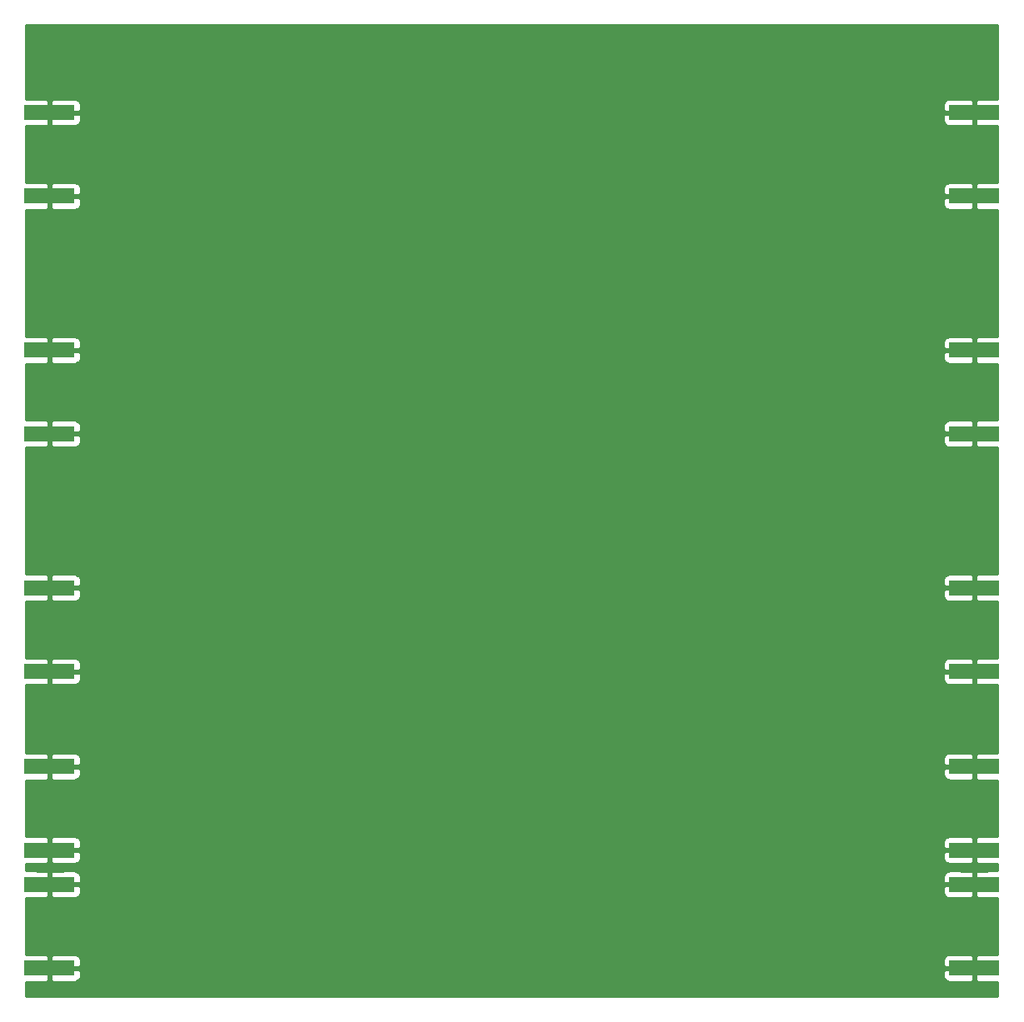
<source format=gbl>
G04 #@! TF.GenerationSoftware,KiCad,Pcbnew,5.1.6-c6e7f7d~86~ubuntu18.04.1*
G04 #@! TF.CreationDate,2020-05-31T00:28:00-04:00*
G04 #@! TF.ProjectId,microstrip_tests,6d696372-6f73-4747-9269-705f74657374,rev?*
G04 #@! TF.SameCoordinates,Original*
G04 #@! TF.FileFunction,Copper,L2,Bot*
G04 #@! TF.FilePolarity,Positive*
%FSLAX46Y46*%
G04 Gerber Fmt 4.6, Leading zero omitted, Abs format (unit mm)*
G04 Created by KiCad (PCBNEW 5.1.6-c6e7f7d~86~ubuntu18.04.1) date 2020-05-31 00:28:00*
%MOMM*%
%LPD*%
G01*
G04 APERTURE LIST*
G04 #@! TA.AperFunction,SMDPad,CuDef*
%ADD10R,5.080000X1.500000*%
G04 #@! TD*
G04 #@! TA.AperFunction,ViaPad*
%ADD11C,0.800000*%
G04 #@! TD*
G04 #@! TA.AperFunction,Conductor*
%ADD12C,0.254000*%
G04 #@! TD*
G04 APERTURE END LIST*
D10*
G04 #@! TO.P,J1,2*
G04 #@! TO.N,GND*
X93000000Y-29513000D03*
X93000000Y-38013000D03*
G04 #@! TD*
G04 #@! TO.P,J2,2*
G04 #@! TO.N,GND*
X187000000Y-29513000D03*
X187000000Y-38013000D03*
G04 #@! TD*
G04 #@! TO.P,J3,2*
G04 #@! TO.N,GND*
X93000000Y-53671000D03*
X93000000Y-62171000D03*
G04 #@! TD*
G04 #@! TO.P,J4,2*
G04 #@! TO.N,GND*
X93000000Y-77829000D03*
X93000000Y-86329000D03*
G04 #@! TD*
G04 #@! TO.P,J5,2*
G04 #@! TO.N,GND*
X93000000Y-95987000D03*
X93000000Y-104487000D03*
G04 #@! TD*
G04 #@! TO.P,J6,2*
G04 #@! TO.N,GND*
X187000000Y-53671000D03*
X187000000Y-62171000D03*
G04 #@! TD*
G04 #@! TO.P,J7,2*
G04 #@! TO.N,GND*
X187000000Y-77829000D03*
X187000000Y-86329000D03*
G04 #@! TD*
G04 #@! TO.P,J8,2*
G04 #@! TO.N,GND*
X187000000Y-95987000D03*
X187000000Y-104487000D03*
G04 #@! TD*
G04 #@! TO.P,J9,2*
G04 #@! TO.N,GND*
X93000000Y-107987000D03*
X93000000Y-116487000D03*
G04 #@! TD*
G04 #@! TO.P,J10,2*
G04 #@! TO.N,GND*
X187000000Y-107987000D03*
X187000000Y-116487000D03*
G04 #@! TD*
D11*
G04 #@! TO.N,GND*
X97430000Y-106250000D03*
X99930000Y-106250000D03*
X102430000Y-106250000D03*
X104930000Y-106250000D03*
X107430000Y-106250000D03*
X109930000Y-106250000D03*
X112430000Y-106250000D03*
X114930000Y-106250000D03*
X117430000Y-106250000D03*
X119930000Y-106250000D03*
X122430000Y-106250000D03*
X124930000Y-106250000D03*
X127430000Y-106250000D03*
X129930000Y-106250000D03*
X132430000Y-106250000D03*
X134930000Y-106250000D03*
X137430000Y-106250000D03*
X139930000Y-106250000D03*
X142430000Y-106250000D03*
X144930000Y-106250000D03*
X147430000Y-106250000D03*
X149930000Y-106250000D03*
X152430000Y-106250000D03*
X154930000Y-106250000D03*
X157430000Y-106250000D03*
X159930000Y-106250000D03*
X162430000Y-106250000D03*
X164930000Y-106250000D03*
X167430000Y-106250000D03*
X169930000Y-106250000D03*
X172430000Y-106250000D03*
X174930000Y-106250000D03*
X177430000Y-106250000D03*
X179930000Y-106250000D03*
X91000000Y-93540000D03*
X108500000Y-93540000D03*
X93500000Y-93540000D03*
X111000000Y-93540000D03*
X141000000Y-93540000D03*
X143500000Y-93540000D03*
X188500000Y-93540000D03*
X116000000Y-93540000D03*
X118500000Y-93540000D03*
X173500000Y-93540000D03*
X121000000Y-93540000D03*
X123500000Y-93540000D03*
X146000000Y-93540000D03*
X148500000Y-93540000D03*
X113500000Y-93540000D03*
X106000000Y-93540000D03*
X98500000Y-93540000D03*
X171000000Y-93540000D03*
X176000000Y-93540000D03*
X178500000Y-93540000D03*
X181000000Y-93540000D03*
X183500000Y-93540000D03*
X186000000Y-93540000D03*
X126000000Y-93540000D03*
X128500000Y-93540000D03*
X151000000Y-93540000D03*
X153500000Y-93540000D03*
X156000000Y-93540000D03*
X158500000Y-93540000D03*
X161000000Y-93540000D03*
X163500000Y-93540000D03*
X136000000Y-93540000D03*
X138500000Y-93540000D03*
X166000000Y-93540000D03*
X168500000Y-93540000D03*
X96000000Y-93540000D03*
X101000000Y-93540000D03*
X103500000Y-93540000D03*
X131000000Y-93540000D03*
X133500000Y-93540000D03*
X91040000Y-21710000D03*
X108540000Y-21710000D03*
X93540000Y-21710000D03*
X111040000Y-21710000D03*
X141040000Y-21710000D03*
X143540000Y-21710000D03*
X188540000Y-21710000D03*
X116040000Y-21710000D03*
X118540000Y-21710000D03*
X173540000Y-21710000D03*
X121040000Y-21710000D03*
X123540000Y-21710000D03*
X146040000Y-21710000D03*
X148540000Y-21710000D03*
X113540000Y-21710000D03*
X106040000Y-21710000D03*
X98540000Y-21710000D03*
X171040000Y-21710000D03*
X176040000Y-21710000D03*
X178540000Y-21710000D03*
X181040000Y-21710000D03*
X183540000Y-21710000D03*
X186040000Y-21710000D03*
X126040000Y-21710000D03*
X128540000Y-21710000D03*
X151040000Y-21710000D03*
X153540000Y-21710000D03*
X156040000Y-21710000D03*
X158540000Y-21710000D03*
X161040000Y-21710000D03*
X163540000Y-21710000D03*
X136040000Y-21710000D03*
X138540000Y-21710000D03*
X166040000Y-21710000D03*
X168540000Y-21710000D03*
X96040000Y-21710000D03*
X101040000Y-21710000D03*
X103540000Y-21710000D03*
X131040000Y-21710000D03*
X133540000Y-21710000D03*
X91000000Y-45770000D03*
X108500000Y-45770000D03*
X93500000Y-45770000D03*
X111000000Y-45770000D03*
X141000000Y-45770000D03*
X143500000Y-45770000D03*
X188500000Y-45770000D03*
X116000000Y-45770000D03*
X118500000Y-45770000D03*
X173500000Y-45770000D03*
X121000000Y-45770000D03*
X123500000Y-45770000D03*
X146000000Y-45770000D03*
X148500000Y-45770000D03*
X113500000Y-45770000D03*
X106000000Y-45770000D03*
X98500000Y-45770000D03*
X171000000Y-45770000D03*
X176000000Y-45770000D03*
X178500000Y-45770000D03*
X181000000Y-45770000D03*
X183500000Y-45770000D03*
X186000000Y-45770000D03*
X126000000Y-45770000D03*
X128500000Y-45770000D03*
X151000000Y-45770000D03*
X153500000Y-45770000D03*
X156000000Y-45770000D03*
X158500000Y-45770000D03*
X161000000Y-45770000D03*
X163500000Y-45770000D03*
X136000000Y-45770000D03*
X138500000Y-45770000D03*
X166000000Y-45770000D03*
X168500000Y-45770000D03*
X96000000Y-45770000D03*
X101000000Y-45770000D03*
X103500000Y-45770000D03*
X131000000Y-45770000D03*
X133500000Y-45770000D03*
X91000000Y-69920000D03*
X108500000Y-69920000D03*
X93500000Y-69920000D03*
X111000000Y-69920000D03*
X141000000Y-69920000D03*
X143500000Y-69920000D03*
X188500000Y-69920000D03*
X116000000Y-69920000D03*
X118500000Y-69920000D03*
X173500000Y-69920000D03*
X121000000Y-69920000D03*
X123500000Y-69920000D03*
X146000000Y-69920000D03*
X148500000Y-69920000D03*
X113500000Y-69920000D03*
X106000000Y-69920000D03*
X98500000Y-69920000D03*
X171000000Y-69920000D03*
X176000000Y-69920000D03*
X178500000Y-69920000D03*
X181000000Y-69920000D03*
X183500000Y-69920000D03*
X186000000Y-69920000D03*
X126000000Y-69920000D03*
X128500000Y-69920000D03*
X151000000Y-69920000D03*
X153500000Y-69920000D03*
X156000000Y-69920000D03*
X158500000Y-69920000D03*
X161000000Y-69920000D03*
X163500000Y-69920000D03*
X136000000Y-69920000D03*
X138500000Y-69920000D03*
X166000000Y-69920000D03*
X168500000Y-69920000D03*
X96000000Y-69920000D03*
X101000000Y-69920000D03*
X103500000Y-69920000D03*
X131000000Y-69920000D03*
X133500000Y-69920000D03*
X156800000Y-99100000D03*
X158200000Y-99100000D03*
X159600000Y-99100000D03*
X161000000Y-99100000D03*
X98000000Y-101400000D03*
X165200000Y-101400000D03*
X166600000Y-101400000D03*
X98000000Y-99100000D03*
X140000000Y-99100000D03*
X141400000Y-99100000D03*
X142800000Y-99100000D03*
X135800000Y-101400000D03*
X109200000Y-99100000D03*
X159600000Y-101400000D03*
X112000000Y-99100000D03*
X173600000Y-99100000D03*
X175000000Y-99100000D03*
X176400000Y-99100000D03*
X177800000Y-99100000D03*
X179200000Y-99100000D03*
X180600000Y-99100000D03*
X151200000Y-101400000D03*
X152600000Y-101400000D03*
X149800000Y-101400000D03*
X123200000Y-101400000D03*
X124600000Y-101400000D03*
X127400000Y-101400000D03*
X128800000Y-101400000D03*
X105000000Y-99100000D03*
X130200000Y-101400000D03*
X96600000Y-101400000D03*
X103600000Y-99100000D03*
X107800000Y-101400000D03*
X144200000Y-101400000D03*
X116200000Y-101400000D03*
X117600000Y-101400000D03*
X156800000Y-101400000D03*
X100800000Y-99100000D03*
X158200000Y-101400000D03*
X151200000Y-99100000D03*
X152600000Y-99100000D03*
X154000000Y-99100000D03*
X155400000Y-99100000D03*
X99400000Y-101400000D03*
X168000000Y-101400000D03*
X107800000Y-99100000D03*
X144200000Y-99100000D03*
X109200000Y-101400000D03*
X134400000Y-101400000D03*
X127400000Y-99100000D03*
X128800000Y-99100000D03*
X130200000Y-99100000D03*
X126000000Y-101400000D03*
X114800000Y-101400000D03*
X172200000Y-101400000D03*
X106400000Y-101400000D03*
X169400000Y-101400000D03*
X170800000Y-101400000D03*
X120400000Y-101400000D03*
X121800000Y-101400000D03*
X141400000Y-101400000D03*
X140000000Y-101400000D03*
X103600000Y-101400000D03*
X100800000Y-101400000D03*
X96600000Y-99100000D03*
X154000000Y-101400000D03*
X155400000Y-101400000D03*
X119000000Y-101400000D03*
X145600000Y-101400000D03*
X179200000Y-101400000D03*
X180600000Y-101400000D03*
X131600000Y-101400000D03*
X133000000Y-101400000D03*
X161000000Y-101400000D03*
X102200000Y-101400000D03*
X162400000Y-101400000D03*
X137200000Y-101400000D03*
X138600000Y-101400000D03*
X99400000Y-99100000D03*
X168000000Y-99100000D03*
X169400000Y-99100000D03*
X170800000Y-99100000D03*
X172200000Y-99100000D03*
X106400000Y-99100000D03*
X112000000Y-101400000D03*
X176400000Y-101400000D03*
X177800000Y-101400000D03*
X142800000Y-101400000D03*
X113400000Y-99100000D03*
X110600000Y-99100000D03*
X102200000Y-99100000D03*
X162400000Y-99100000D03*
X163800000Y-99100000D03*
X165200000Y-99100000D03*
X166600000Y-99100000D03*
X173600000Y-101400000D03*
X175000000Y-101400000D03*
X147000000Y-101400000D03*
X148400000Y-101400000D03*
X135800000Y-99100000D03*
X137200000Y-99100000D03*
X138600000Y-99100000D03*
X131600000Y-99100000D03*
X133000000Y-99100000D03*
X134400000Y-99100000D03*
X163800000Y-101400000D03*
X120400000Y-99100000D03*
X121800000Y-99100000D03*
X123200000Y-99100000D03*
X124600000Y-99100000D03*
X126000000Y-99100000D03*
X114800000Y-99100000D03*
X116200000Y-99100000D03*
X117600000Y-99100000D03*
X119000000Y-99100000D03*
X145600000Y-99100000D03*
X147000000Y-99100000D03*
X148400000Y-99100000D03*
X149800000Y-99100000D03*
X113400000Y-101400000D03*
X110600000Y-101400000D03*
X105000000Y-101400000D03*
X156800000Y-113400000D03*
X158200000Y-113400000D03*
X159600000Y-113400000D03*
X161000000Y-113400000D03*
X98000000Y-113400000D03*
X140000000Y-113400000D03*
X141400000Y-113400000D03*
X142800000Y-113400000D03*
X109200000Y-113400000D03*
X112000000Y-113400000D03*
X173600000Y-113400000D03*
X175000000Y-113400000D03*
X176400000Y-113400000D03*
X177800000Y-113400000D03*
X179200000Y-113400000D03*
X180600000Y-113400000D03*
X105000000Y-113400000D03*
X103600000Y-113400000D03*
X100800000Y-113400000D03*
X151200000Y-113400000D03*
X152600000Y-113400000D03*
X154000000Y-113400000D03*
X155400000Y-113400000D03*
X107800000Y-113400000D03*
X144200000Y-113400000D03*
X127400000Y-113400000D03*
X128800000Y-113400000D03*
X130200000Y-113400000D03*
X96600000Y-113400000D03*
X99400000Y-113400000D03*
X168000000Y-113400000D03*
X169400000Y-113400000D03*
X170800000Y-113400000D03*
X172200000Y-113400000D03*
X106400000Y-113400000D03*
X113400000Y-113400000D03*
X110600000Y-113400000D03*
X102200000Y-113400000D03*
X162400000Y-113400000D03*
X163800000Y-113400000D03*
X165200000Y-113400000D03*
X166600000Y-113400000D03*
X135800000Y-113400000D03*
X137200000Y-113400000D03*
X138600000Y-113400000D03*
X131600000Y-113400000D03*
X133000000Y-113400000D03*
X134400000Y-113400000D03*
X120400000Y-113400000D03*
X121800000Y-113400000D03*
X123200000Y-113400000D03*
X124600000Y-113400000D03*
X126000000Y-113400000D03*
X114800000Y-113400000D03*
X116200000Y-113400000D03*
X117600000Y-113400000D03*
X119000000Y-113400000D03*
X145600000Y-113400000D03*
X147000000Y-113400000D03*
X148400000Y-113400000D03*
X149800000Y-113400000D03*
X90930000Y-118800000D03*
X96600000Y-111100000D03*
X98000000Y-111100000D03*
X99400000Y-111100000D03*
X100800000Y-111100000D03*
X102200000Y-111100000D03*
X103600000Y-111100000D03*
X105000000Y-111100000D03*
X106400000Y-111100000D03*
X107800000Y-111100000D03*
X109200000Y-111100000D03*
X110600000Y-111100000D03*
X112000000Y-111100000D03*
X113400000Y-111100000D03*
X114800000Y-111100000D03*
X116200000Y-111100000D03*
X117600000Y-111100000D03*
X119000000Y-111100000D03*
X120400000Y-111100000D03*
X121800000Y-111100000D03*
X123200000Y-111100000D03*
X124600000Y-111100000D03*
X126000000Y-111100000D03*
X127400000Y-111100000D03*
X128800000Y-111100000D03*
X130200000Y-111100000D03*
X131600000Y-111100000D03*
X133000000Y-111100000D03*
X134400000Y-111100000D03*
X135800000Y-111100000D03*
X137200000Y-111100000D03*
X138600000Y-111100000D03*
X140000000Y-111100000D03*
X141400000Y-111100000D03*
X142800000Y-111100000D03*
X144200000Y-111100000D03*
X145600000Y-111100000D03*
X147000000Y-111100000D03*
X148400000Y-111100000D03*
X149800000Y-111100000D03*
X151200000Y-111100000D03*
X152600000Y-111100000D03*
X154000000Y-111100000D03*
X155400000Y-111100000D03*
X156800000Y-111100000D03*
X158200000Y-111100000D03*
X159600000Y-111100000D03*
X161000000Y-111100000D03*
X162400000Y-111100000D03*
X163800000Y-111100000D03*
X165200000Y-111100000D03*
X166600000Y-111100000D03*
X168000000Y-111100000D03*
X169400000Y-111100000D03*
X170800000Y-111100000D03*
X172200000Y-111100000D03*
X173600000Y-111100000D03*
X175000000Y-111100000D03*
X176400000Y-111100000D03*
X177800000Y-111100000D03*
X179200000Y-111100000D03*
X180600000Y-111100000D03*
X93430000Y-118800000D03*
X95930000Y-118800000D03*
X98430000Y-118800000D03*
X100930000Y-118800000D03*
X103430000Y-118800000D03*
X105930000Y-118800000D03*
X108430000Y-118800000D03*
X110930000Y-118800000D03*
X113430000Y-118800000D03*
X115930000Y-118800000D03*
X118430000Y-118800000D03*
X120930000Y-118800000D03*
X123430000Y-118800000D03*
X125930000Y-118800000D03*
X128430000Y-118800000D03*
X130930000Y-118800000D03*
X133430000Y-118800000D03*
X135930000Y-118800000D03*
X138430000Y-118800000D03*
X140930000Y-118800000D03*
X143430000Y-118800000D03*
X145930000Y-118800000D03*
X148430000Y-118800000D03*
X150930000Y-118800000D03*
X153430000Y-118800000D03*
X155930000Y-118800000D03*
X158430000Y-118800000D03*
X160930000Y-118800000D03*
X163430000Y-118800000D03*
X165930000Y-118800000D03*
X168430000Y-118800000D03*
X170930000Y-118800000D03*
X173430000Y-118800000D03*
X175930000Y-118800000D03*
X178430000Y-118800000D03*
X180930000Y-118800000D03*
X183430000Y-118800000D03*
X185930000Y-118800000D03*
X188430000Y-118800000D03*
X182000000Y-111100000D03*
X183400000Y-111100000D03*
X182000000Y-113400000D03*
X183400000Y-113400000D03*
X182000000Y-99100000D03*
X183400000Y-99100000D03*
X182000000Y-101400000D03*
X183400000Y-101400000D03*
X182430000Y-106250000D03*
G04 #@! TD*
D12*
G04 #@! TO.N,GND*
G36*
X189364951Y-28125167D02*
G01*
X187285750Y-28128000D01*
X187127000Y-28286750D01*
X187127000Y-29386000D01*
X187147000Y-29386000D01*
X187147000Y-29640000D01*
X187127000Y-29640000D01*
X187127000Y-30739250D01*
X187285750Y-30898000D01*
X189364951Y-30900833D01*
X189364951Y-36625167D01*
X187285750Y-36628000D01*
X187127000Y-36786750D01*
X187127000Y-37886000D01*
X187147000Y-37886000D01*
X187147000Y-38140000D01*
X187127000Y-38140000D01*
X187127000Y-39239250D01*
X187285750Y-39398000D01*
X189364951Y-39400833D01*
X189364951Y-52283167D01*
X187285750Y-52286000D01*
X187127000Y-52444750D01*
X187127000Y-53544000D01*
X187147000Y-53544000D01*
X187147000Y-53798000D01*
X187127000Y-53798000D01*
X187127000Y-54897250D01*
X187285750Y-55056000D01*
X189364951Y-55058833D01*
X189364951Y-60783167D01*
X187285750Y-60786000D01*
X187127000Y-60944750D01*
X187127000Y-62044000D01*
X187147000Y-62044000D01*
X187147000Y-62298000D01*
X187127000Y-62298000D01*
X187127000Y-63397250D01*
X187285750Y-63556000D01*
X189364951Y-63558833D01*
X189364950Y-76441167D01*
X187285750Y-76444000D01*
X187127000Y-76602750D01*
X187127000Y-77702000D01*
X187147000Y-77702000D01*
X187147000Y-77956000D01*
X187127000Y-77956000D01*
X187127000Y-79055250D01*
X187285750Y-79214000D01*
X189364950Y-79216833D01*
X189364950Y-84941167D01*
X187285750Y-84944000D01*
X187127000Y-85102750D01*
X187127000Y-86202000D01*
X187147000Y-86202000D01*
X187147000Y-86456000D01*
X187127000Y-86456000D01*
X187127000Y-87555250D01*
X187285750Y-87714000D01*
X189364950Y-87716833D01*
X189364950Y-94599167D01*
X187285750Y-94602000D01*
X187127000Y-94760750D01*
X187127000Y-95860000D01*
X187147000Y-95860000D01*
X187147000Y-96114000D01*
X187127000Y-96114000D01*
X187127000Y-97213250D01*
X187285750Y-97372000D01*
X189364950Y-97374833D01*
X189364950Y-103099167D01*
X187285750Y-103102000D01*
X187127000Y-103260750D01*
X187127000Y-104360000D01*
X187147000Y-104360000D01*
X187147000Y-104614000D01*
X187127000Y-104614000D01*
X187127000Y-105713250D01*
X187285750Y-105872000D01*
X189364950Y-105874833D01*
X189364950Y-106599167D01*
X187285750Y-106602000D01*
X187127000Y-106760750D01*
X187127000Y-107860000D01*
X187147000Y-107860000D01*
X187147000Y-108114000D01*
X187127000Y-108114000D01*
X187127000Y-109213250D01*
X187285750Y-109372000D01*
X189364950Y-109374833D01*
X189364950Y-115099167D01*
X187285750Y-115102000D01*
X187127000Y-115260750D01*
X187127000Y-116360000D01*
X187147000Y-116360000D01*
X187147000Y-116614000D01*
X187127000Y-116614000D01*
X187127000Y-117713250D01*
X187285750Y-117872000D01*
X189364950Y-117874833D01*
X189364950Y-119364950D01*
X90635050Y-119364950D01*
X90635050Y-117874833D01*
X92714250Y-117872000D01*
X92873000Y-117713250D01*
X92873000Y-116614000D01*
X93127000Y-116614000D01*
X93127000Y-117713250D01*
X93285750Y-117872000D01*
X95540000Y-117875072D01*
X95664482Y-117862812D01*
X95784180Y-117826502D01*
X95894494Y-117767537D01*
X95991185Y-117688185D01*
X96070537Y-117591494D01*
X96129502Y-117481180D01*
X96165812Y-117361482D01*
X96178072Y-117237000D01*
X183821928Y-117237000D01*
X183834188Y-117361482D01*
X183870498Y-117481180D01*
X183929463Y-117591494D01*
X184008815Y-117688185D01*
X184105506Y-117767537D01*
X184215820Y-117826502D01*
X184335518Y-117862812D01*
X184460000Y-117875072D01*
X186714250Y-117872000D01*
X186873000Y-117713250D01*
X186873000Y-116614000D01*
X183983750Y-116614000D01*
X183825000Y-116772750D01*
X183821928Y-117237000D01*
X96178072Y-117237000D01*
X96175000Y-116772750D01*
X96016250Y-116614000D01*
X93127000Y-116614000D01*
X92873000Y-116614000D01*
X92853000Y-116614000D01*
X92853000Y-116360000D01*
X92873000Y-116360000D01*
X92873000Y-115260750D01*
X93127000Y-115260750D01*
X93127000Y-116360000D01*
X96016250Y-116360000D01*
X96175000Y-116201250D01*
X96178072Y-115737000D01*
X183821928Y-115737000D01*
X183825000Y-116201250D01*
X183983750Y-116360000D01*
X186873000Y-116360000D01*
X186873000Y-115260750D01*
X186714250Y-115102000D01*
X184460000Y-115098928D01*
X184335518Y-115111188D01*
X184215820Y-115147498D01*
X184105506Y-115206463D01*
X184008815Y-115285815D01*
X183929463Y-115382506D01*
X183870498Y-115492820D01*
X183834188Y-115612518D01*
X183821928Y-115737000D01*
X96178072Y-115737000D01*
X96165812Y-115612518D01*
X96129502Y-115492820D01*
X96070537Y-115382506D01*
X95991185Y-115285815D01*
X95894494Y-115206463D01*
X95784180Y-115147498D01*
X95664482Y-115111188D01*
X95540000Y-115098928D01*
X93285750Y-115102000D01*
X93127000Y-115260750D01*
X92873000Y-115260750D01*
X92714250Y-115102000D01*
X90635050Y-115099167D01*
X90635050Y-109374833D01*
X92714250Y-109372000D01*
X92873000Y-109213250D01*
X92873000Y-108114000D01*
X93127000Y-108114000D01*
X93127000Y-109213250D01*
X93285750Y-109372000D01*
X95540000Y-109375072D01*
X95664482Y-109362812D01*
X95784180Y-109326502D01*
X95894494Y-109267537D01*
X95991185Y-109188185D01*
X96070537Y-109091494D01*
X96129502Y-108981180D01*
X96165812Y-108861482D01*
X96178072Y-108737000D01*
X183821928Y-108737000D01*
X183834188Y-108861482D01*
X183870498Y-108981180D01*
X183929463Y-109091494D01*
X184008815Y-109188185D01*
X184105506Y-109267537D01*
X184215820Y-109326502D01*
X184335518Y-109362812D01*
X184460000Y-109375072D01*
X186714250Y-109372000D01*
X186873000Y-109213250D01*
X186873000Y-108114000D01*
X183983750Y-108114000D01*
X183825000Y-108272750D01*
X183821928Y-108737000D01*
X96178072Y-108737000D01*
X96175000Y-108272750D01*
X96016250Y-108114000D01*
X93127000Y-108114000D01*
X92873000Y-108114000D01*
X92853000Y-108114000D01*
X92853000Y-107860000D01*
X92873000Y-107860000D01*
X92873000Y-106760750D01*
X93127000Y-106760750D01*
X93127000Y-107860000D01*
X96016250Y-107860000D01*
X96175000Y-107701250D01*
X96178072Y-107237000D01*
X183821928Y-107237000D01*
X183825000Y-107701250D01*
X183983750Y-107860000D01*
X186873000Y-107860000D01*
X186873000Y-106760750D01*
X186714250Y-106602000D01*
X184460000Y-106598928D01*
X184335518Y-106611188D01*
X184215820Y-106647498D01*
X184105506Y-106706463D01*
X184008815Y-106785815D01*
X183929463Y-106882506D01*
X183870498Y-106992820D01*
X183834188Y-107112518D01*
X183821928Y-107237000D01*
X96178072Y-107237000D01*
X96165812Y-107112518D01*
X96129502Y-106992820D01*
X96070537Y-106882506D01*
X95991185Y-106785815D01*
X95894494Y-106706463D01*
X95784180Y-106647498D01*
X95664482Y-106611188D01*
X95540000Y-106598928D01*
X93285750Y-106602000D01*
X93127000Y-106760750D01*
X92873000Y-106760750D01*
X92714250Y-106602000D01*
X90635050Y-106599167D01*
X90635050Y-105874833D01*
X92714250Y-105872000D01*
X92873000Y-105713250D01*
X92873000Y-104614000D01*
X93127000Y-104614000D01*
X93127000Y-105713250D01*
X93285750Y-105872000D01*
X95540000Y-105875072D01*
X95664482Y-105862812D01*
X95784180Y-105826502D01*
X95894494Y-105767537D01*
X95991185Y-105688185D01*
X96070537Y-105591494D01*
X96129502Y-105481180D01*
X96165812Y-105361482D01*
X96178072Y-105237000D01*
X183821928Y-105237000D01*
X183834188Y-105361482D01*
X183870498Y-105481180D01*
X183929463Y-105591494D01*
X184008815Y-105688185D01*
X184105506Y-105767537D01*
X184215820Y-105826502D01*
X184335518Y-105862812D01*
X184460000Y-105875072D01*
X186714250Y-105872000D01*
X186873000Y-105713250D01*
X186873000Y-104614000D01*
X183983750Y-104614000D01*
X183825000Y-104772750D01*
X183821928Y-105237000D01*
X96178072Y-105237000D01*
X96175000Y-104772750D01*
X96016250Y-104614000D01*
X93127000Y-104614000D01*
X92873000Y-104614000D01*
X92853000Y-104614000D01*
X92853000Y-104360000D01*
X92873000Y-104360000D01*
X92873000Y-103260750D01*
X93127000Y-103260750D01*
X93127000Y-104360000D01*
X96016250Y-104360000D01*
X96175000Y-104201250D01*
X96178072Y-103737000D01*
X183821928Y-103737000D01*
X183825000Y-104201250D01*
X183983750Y-104360000D01*
X186873000Y-104360000D01*
X186873000Y-103260750D01*
X186714250Y-103102000D01*
X184460000Y-103098928D01*
X184335518Y-103111188D01*
X184215820Y-103147498D01*
X184105506Y-103206463D01*
X184008815Y-103285815D01*
X183929463Y-103382506D01*
X183870498Y-103492820D01*
X183834188Y-103612518D01*
X183821928Y-103737000D01*
X96178072Y-103737000D01*
X96165812Y-103612518D01*
X96129502Y-103492820D01*
X96070537Y-103382506D01*
X95991185Y-103285815D01*
X95894494Y-103206463D01*
X95784180Y-103147498D01*
X95664482Y-103111188D01*
X95540000Y-103098928D01*
X93285750Y-103102000D01*
X93127000Y-103260750D01*
X92873000Y-103260750D01*
X92714250Y-103102000D01*
X90635050Y-103099167D01*
X90635050Y-97374833D01*
X92714250Y-97372000D01*
X92873000Y-97213250D01*
X92873000Y-96114000D01*
X93127000Y-96114000D01*
X93127000Y-97213250D01*
X93285750Y-97372000D01*
X95540000Y-97375072D01*
X95664482Y-97362812D01*
X95784180Y-97326502D01*
X95894494Y-97267537D01*
X95991185Y-97188185D01*
X96070537Y-97091494D01*
X96129502Y-96981180D01*
X96165812Y-96861482D01*
X96178072Y-96737000D01*
X183821928Y-96737000D01*
X183834188Y-96861482D01*
X183870498Y-96981180D01*
X183929463Y-97091494D01*
X184008815Y-97188185D01*
X184105506Y-97267537D01*
X184215820Y-97326502D01*
X184335518Y-97362812D01*
X184460000Y-97375072D01*
X186714250Y-97372000D01*
X186873000Y-97213250D01*
X186873000Y-96114000D01*
X183983750Y-96114000D01*
X183825000Y-96272750D01*
X183821928Y-96737000D01*
X96178072Y-96737000D01*
X96175000Y-96272750D01*
X96016250Y-96114000D01*
X93127000Y-96114000D01*
X92873000Y-96114000D01*
X92853000Y-96114000D01*
X92853000Y-95860000D01*
X92873000Y-95860000D01*
X92873000Y-94760750D01*
X93127000Y-94760750D01*
X93127000Y-95860000D01*
X96016250Y-95860000D01*
X96175000Y-95701250D01*
X96178072Y-95237000D01*
X183821928Y-95237000D01*
X183825000Y-95701250D01*
X183983750Y-95860000D01*
X186873000Y-95860000D01*
X186873000Y-94760750D01*
X186714250Y-94602000D01*
X184460000Y-94598928D01*
X184335518Y-94611188D01*
X184215820Y-94647498D01*
X184105506Y-94706463D01*
X184008815Y-94785815D01*
X183929463Y-94882506D01*
X183870498Y-94992820D01*
X183834188Y-95112518D01*
X183821928Y-95237000D01*
X96178072Y-95237000D01*
X96165812Y-95112518D01*
X96129502Y-94992820D01*
X96070537Y-94882506D01*
X95991185Y-94785815D01*
X95894494Y-94706463D01*
X95784180Y-94647498D01*
X95664482Y-94611188D01*
X95540000Y-94598928D01*
X93285750Y-94602000D01*
X93127000Y-94760750D01*
X92873000Y-94760750D01*
X92714250Y-94602000D01*
X90635050Y-94599167D01*
X90635050Y-87716833D01*
X92714250Y-87714000D01*
X92873000Y-87555250D01*
X92873000Y-86456000D01*
X93127000Y-86456000D01*
X93127000Y-87555250D01*
X93285750Y-87714000D01*
X95540000Y-87717072D01*
X95664482Y-87704812D01*
X95784180Y-87668502D01*
X95894494Y-87609537D01*
X95991185Y-87530185D01*
X96070537Y-87433494D01*
X96129502Y-87323180D01*
X96165812Y-87203482D01*
X96178072Y-87079000D01*
X183821928Y-87079000D01*
X183834188Y-87203482D01*
X183870498Y-87323180D01*
X183929463Y-87433494D01*
X184008815Y-87530185D01*
X184105506Y-87609537D01*
X184215820Y-87668502D01*
X184335518Y-87704812D01*
X184460000Y-87717072D01*
X186714250Y-87714000D01*
X186873000Y-87555250D01*
X186873000Y-86456000D01*
X183983750Y-86456000D01*
X183825000Y-86614750D01*
X183821928Y-87079000D01*
X96178072Y-87079000D01*
X96175000Y-86614750D01*
X96016250Y-86456000D01*
X93127000Y-86456000D01*
X92873000Y-86456000D01*
X92853000Y-86456000D01*
X92853000Y-86202000D01*
X92873000Y-86202000D01*
X92873000Y-85102750D01*
X93127000Y-85102750D01*
X93127000Y-86202000D01*
X96016250Y-86202000D01*
X96175000Y-86043250D01*
X96178072Y-85579000D01*
X183821928Y-85579000D01*
X183825000Y-86043250D01*
X183983750Y-86202000D01*
X186873000Y-86202000D01*
X186873000Y-85102750D01*
X186714250Y-84944000D01*
X184460000Y-84940928D01*
X184335518Y-84953188D01*
X184215820Y-84989498D01*
X184105506Y-85048463D01*
X184008815Y-85127815D01*
X183929463Y-85224506D01*
X183870498Y-85334820D01*
X183834188Y-85454518D01*
X183821928Y-85579000D01*
X96178072Y-85579000D01*
X96165812Y-85454518D01*
X96129502Y-85334820D01*
X96070537Y-85224506D01*
X95991185Y-85127815D01*
X95894494Y-85048463D01*
X95784180Y-84989498D01*
X95664482Y-84953188D01*
X95540000Y-84940928D01*
X93285750Y-84944000D01*
X93127000Y-85102750D01*
X92873000Y-85102750D01*
X92714250Y-84944000D01*
X90635050Y-84941167D01*
X90635050Y-79216833D01*
X92714250Y-79214000D01*
X92873000Y-79055250D01*
X92873000Y-77956000D01*
X93127000Y-77956000D01*
X93127000Y-79055250D01*
X93285750Y-79214000D01*
X95540000Y-79217072D01*
X95664482Y-79204812D01*
X95784180Y-79168502D01*
X95894494Y-79109537D01*
X95991185Y-79030185D01*
X96070537Y-78933494D01*
X96129502Y-78823180D01*
X96165812Y-78703482D01*
X96178072Y-78579000D01*
X183821928Y-78579000D01*
X183834188Y-78703482D01*
X183870498Y-78823180D01*
X183929463Y-78933494D01*
X184008815Y-79030185D01*
X184105506Y-79109537D01*
X184215820Y-79168502D01*
X184335518Y-79204812D01*
X184460000Y-79217072D01*
X186714250Y-79214000D01*
X186873000Y-79055250D01*
X186873000Y-77956000D01*
X183983750Y-77956000D01*
X183825000Y-78114750D01*
X183821928Y-78579000D01*
X96178072Y-78579000D01*
X96175000Y-78114750D01*
X96016250Y-77956000D01*
X93127000Y-77956000D01*
X92873000Y-77956000D01*
X92853000Y-77956000D01*
X92853000Y-77702000D01*
X92873000Y-77702000D01*
X92873000Y-76602750D01*
X93127000Y-76602750D01*
X93127000Y-77702000D01*
X96016250Y-77702000D01*
X96175000Y-77543250D01*
X96178072Y-77079000D01*
X183821928Y-77079000D01*
X183825000Y-77543250D01*
X183983750Y-77702000D01*
X186873000Y-77702000D01*
X186873000Y-76602750D01*
X186714250Y-76444000D01*
X184460000Y-76440928D01*
X184335518Y-76453188D01*
X184215820Y-76489498D01*
X184105506Y-76548463D01*
X184008815Y-76627815D01*
X183929463Y-76724506D01*
X183870498Y-76834820D01*
X183834188Y-76954518D01*
X183821928Y-77079000D01*
X96178072Y-77079000D01*
X96165812Y-76954518D01*
X96129502Y-76834820D01*
X96070537Y-76724506D01*
X95991185Y-76627815D01*
X95894494Y-76548463D01*
X95784180Y-76489498D01*
X95664482Y-76453188D01*
X95540000Y-76440928D01*
X93285750Y-76444000D01*
X93127000Y-76602750D01*
X92873000Y-76602750D01*
X92714250Y-76444000D01*
X90635050Y-76441167D01*
X90635050Y-63558833D01*
X92714250Y-63556000D01*
X92873000Y-63397250D01*
X92873000Y-62298000D01*
X93127000Y-62298000D01*
X93127000Y-63397250D01*
X93285750Y-63556000D01*
X95540000Y-63559072D01*
X95664482Y-63546812D01*
X95784180Y-63510502D01*
X95894494Y-63451537D01*
X95991185Y-63372185D01*
X96070537Y-63275494D01*
X96129502Y-63165180D01*
X96165812Y-63045482D01*
X96178072Y-62921000D01*
X183821928Y-62921000D01*
X183834188Y-63045482D01*
X183870498Y-63165180D01*
X183929463Y-63275494D01*
X184008815Y-63372185D01*
X184105506Y-63451537D01*
X184215820Y-63510502D01*
X184335518Y-63546812D01*
X184460000Y-63559072D01*
X186714250Y-63556000D01*
X186873000Y-63397250D01*
X186873000Y-62298000D01*
X183983750Y-62298000D01*
X183825000Y-62456750D01*
X183821928Y-62921000D01*
X96178072Y-62921000D01*
X96175000Y-62456750D01*
X96016250Y-62298000D01*
X93127000Y-62298000D01*
X92873000Y-62298000D01*
X92853000Y-62298000D01*
X92853000Y-62044000D01*
X92873000Y-62044000D01*
X92873000Y-60944750D01*
X93127000Y-60944750D01*
X93127000Y-62044000D01*
X96016250Y-62044000D01*
X96175000Y-61885250D01*
X96178072Y-61421000D01*
X183821928Y-61421000D01*
X183825000Y-61885250D01*
X183983750Y-62044000D01*
X186873000Y-62044000D01*
X186873000Y-60944750D01*
X186714250Y-60786000D01*
X184460000Y-60782928D01*
X184335518Y-60795188D01*
X184215820Y-60831498D01*
X184105506Y-60890463D01*
X184008815Y-60969815D01*
X183929463Y-61066506D01*
X183870498Y-61176820D01*
X183834188Y-61296518D01*
X183821928Y-61421000D01*
X96178072Y-61421000D01*
X96165812Y-61296518D01*
X96129502Y-61176820D01*
X96070537Y-61066506D01*
X95991185Y-60969815D01*
X95894494Y-60890463D01*
X95784180Y-60831498D01*
X95664482Y-60795188D01*
X95540000Y-60782928D01*
X93285750Y-60786000D01*
X93127000Y-60944750D01*
X92873000Y-60944750D01*
X92714250Y-60786000D01*
X90635050Y-60783167D01*
X90635050Y-55058833D01*
X92714250Y-55056000D01*
X92873000Y-54897250D01*
X92873000Y-53798000D01*
X93127000Y-53798000D01*
X93127000Y-54897250D01*
X93285750Y-55056000D01*
X95540000Y-55059072D01*
X95664482Y-55046812D01*
X95784180Y-55010502D01*
X95894494Y-54951537D01*
X95991185Y-54872185D01*
X96070537Y-54775494D01*
X96129502Y-54665180D01*
X96165812Y-54545482D01*
X96178072Y-54421000D01*
X183821928Y-54421000D01*
X183834188Y-54545482D01*
X183870498Y-54665180D01*
X183929463Y-54775494D01*
X184008815Y-54872185D01*
X184105506Y-54951537D01*
X184215820Y-55010502D01*
X184335518Y-55046812D01*
X184460000Y-55059072D01*
X186714250Y-55056000D01*
X186873000Y-54897250D01*
X186873000Y-53798000D01*
X183983750Y-53798000D01*
X183825000Y-53956750D01*
X183821928Y-54421000D01*
X96178072Y-54421000D01*
X96175000Y-53956750D01*
X96016250Y-53798000D01*
X93127000Y-53798000D01*
X92873000Y-53798000D01*
X92853000Y-53798000D01*
X92853000Y-53544000D01*
X92873000Y-53544000D01*
X92873000Y-52444750D01*
X93127000Y-52444750D01*
X93127000Y-53544000D01*
X96016250Y-53544000D01*
X96175000Y-53385250D01*
X96178072Y-52921000D01*
X183821928Y-52921000D01*
X183825000Y-53385250D01*
X183983750Y-53544000D01*
X186873000Y-53544000D01*
X186873000Y-52444750D01*
X186714250Y-52286000D01*
X184460000Y-52282928D01*
X184335518Y-52295188D01*
X184215820Y-52331498D01*
X184105506Y-52390463D01*
X184008815Y-52469815D01*
X183929463Y-52566506D01*
X183870498Y-52676820D01*
X183834188Y-52796518D01*
X183821928Y-52921000D01*
X96178072Y-52921000D01*
X96165812Y-52796518D01*
X96129502Y-52676820D01*
X96070537Y-52566506D01*
X95991185Y-52469815D01*
X95894494Y-52390463D01*
X95784180Y-52331498D01*
X95664482Y-52295188D01*
X95540000Y-52282928D01*
X93285750Y-52286000D01*
X93127000Y-52444750D01*
X92873000Y-52444750D01*
X92714250Y-52286000D01*
X90635050Y-52283167D01*
X90635050Y-39400833D01*
X92714250Y-39398000D01*
X92873000Y-39239250D01*
X92873000Y-38140000D01*
X93127000Y-38140000D01*
X93127000Y-39239250D01*
X93285750Y-39398000D01*
X95540000Y-39401072D01*
X95664482Y-39388812D01*
X95784180Y-39352502D01*
X95894494Y-39293537D01*
X95991185Y-39214185D01*
X96070537Y-39117494D01*
X96129502Y-39007180D01*
X96165812Y-38887482D01*
X96178072Y-38763000D01*
X183821928Y-38763000D01*
X183834188Y-38887482D01*
X183870498Y-39007180D01*
X183929463Y-39117494D01*
X184008815Y-39214185D01*
X184105506Y-39293537D01*
X184215820Y-39352502D01*
X184335518Y-39388812D01*
X184460000Y-39401072D01*
X186714250Y-39398000D01*
X186873000Y-39239250D01*
X186873000Y-38140000D01*
X183983750Y-38140000D01*
X183825000Y-38298750D01*
X183821928Y-38763000D01*
X96178072Y-38763000D01*
X96175000Y-38298750D01*
X96016250Y-38140000D01*
X93127000Y-38140000D01*
X92873000Y-38140000D01*
X92853000Y-38140000D01*
X92853000Y-37886000D01*
X92873000Y-37886000D01*
X92873000Y-36786750D01*
X93127000Y-36786750D01*
X93127000Y-37886000D01*
X96016250Y-37886000D01*
X96175000Y-37727250D01*
X96178072Y-37263000D01*
X183821928Y-37263000D01*
X183825000Y-37727250D01*
X183983750Y-37886000D01*
X186873000Y-37886000D01*
X186873000Y-36786750D01*
X186714250Y-36628000D01*
X184460000Y-36624928D01*
X184335518Y-36637188D01*
X184215820Y-36673498D01*
X184105506Y-36732463D01*
X184008815Y-36811815D01*
X183929463Y-36908506D01*
X183870498Y-37018820D01*
X183834188Y-37138518D01*
X183821928Y-37263000D01*
X96178072Y-37263000D01*
X96165812Y-37138518D01*
X96129502Y-37018820D01*
X96070537Y-36908506D01*
X95991185Y-36811815D01*
X95894494Y-36732463D01*
X95784180Y-36673498D01*
X95664482Y-36637188D01*
X95540000Y-36624928D01*
X93285750Y-36628000D01*
X93127000Y-36786750D01*
X92873000Y-36786750D01*
X92714250Y-36628000D01*
X90635050Y-36625167D01*
X90635050Y-30900833D01*
X92714250Y-30898000D01*
X92873000Y-30739250D01*
X92873000Y-29640000D01*
X93127000Y-29640000D01*
X93127000Y-30739250D01*
X93285750Y-30898000D01*
X95540000Y-30901072D01*
X95664482Y-30888812D01*
X95784180Y-30852502D01*
X95894494Y-30793537D01*
X95991185Y-30714185D01*
X96070537Y-30617494D01*
X96129502Y-30507180D01*
X96165812Y-30387482D01*
X96178072Y-30263000D01*
X183821928Y-30263000D01*
X183834188Y-30387482D01*
X183870498Y-30507180D01*
X183929463Y-30617494D01*
X184008815Y-30714185D01*
X184105506Y-30793537D01*
X184215820Y-30852502D01*
X184335518Y-30888812D01*
X184460000Y-30901072D01*
X186714250Y-30898000D01*
X186873000Y-30739250D01*
X186873000Y-29640000D01*
X183983750Y-29640000D01*
X183825000Y-29798750D01*
X183821928Y-30263000D01*
X96178072Y-30263000D01*
X96175000Y-29798750D01*
X96016250Y-29640000D01*
X93127000Y-29640000D01*
X92873000Y-29640000D01*
X92853000Y-29640000D01*
X92853000Y-29386000D01*
X92873000Y-29386000D01*
X92873000Y-28286750D01*
X93127000Y-28286750D01*
X93127000Y-29386000D01*
X96016250Y-29386000D01*
X96175000Y-29227250D01*
X96178072Y-28763000D01*
X183821928Y-28763000D01*
X183825000Y-29227250D01*
X183983750Y-29386000D01*
X186873000Y-29386000D01*
X186873000Y-28286750D01*
X186714250Y-28128000D01*
X184460000Y-28124928D01*
X184335518Y-28137188D01*
X184215820Y-28173498D01*
X184105506Y-28232463D01*
X184008815Y-28311815D01*
X183929463Y-28408506D01*
X183870498Y-28518820D01*
X183834188Y-28638518D01*
X183821928Y-28763000D01*
X96178072Y-28763000D01*
X96165812Y-28638518D01*
X96129502Y-28518820D01*
X96070537Y-28408506D01*
X95991185Y-28311815D01*
X95894494Y-28232463D01*
X95784180Y-28173498D01*
X95664482Y-28137188D01*
X95540000Y-28124928D01*
X93285750Y-28128000D01*
X93127000Y-28286750D01*
X92873000Y-28286750D01*
X92714250Y-28128000D01*
X90635050Y-28125167D01*
X90635050Y-20635050D01*
X189364951Y-20635050D01*
X189364951Y-28125167D01*
G37*
X189364951Y-28125167D02*
X187285750Y-28128000D01*
X187127000Y-28286750D01*
X187127000Y-29386000D01*
X187147000Y-29386000D01*
X187147000Y-29640000D01*
X187127000Y-29640000D01*
X187127000Y-30739250D01*
X187285750Y-30898000D01*
X189364951Y-30900833D01*
X189364951Y-36625167D01*
X187285750Y-36628000D01*
X187127000Y-36786750D01*
X187127000Y-37886000D01*
X187147000Y-37886000D01*
X187147000Y-38140000D01*
X187127000Y-38140000D01*
X187127000Y-39239250D01*
X187285750Y-39398000D01*
X189364951Y-39400833D01*
X189364951Y-52283167D01*
X187285750Y-52286000D01*
X187127000Y-52444750D01*
X187127000Y-53544000D01*
X187147000Y-53544000D01*
X187147000Y-53798000D01*
X187127000Y-53798000D01*
X187127000Y-54897250D01*
X187285750Y-55056000D01*
X189364951Y-55058833D01*
X189364951Y-60783167D01*
X187285750Y-60786000D01*
X187127000Y-60944750D01*
X187127000Y-62044000D01*
X187147000Y-62044000D01*
X187147000Y-62298000D01*
X187127000Y-62298000D01*
X187127000Y-63397250D01*
X187285750Y-63556000D01*
X189364951Y-63558833D01*
X189364950Y-76441167D01*
X187285750Y-76444000D01*
X187127000Y-76602750D01*
X187127000Y-77702000D01*
X187147000Y-77702000D01*
X187147000Y-77956000D01*
X187127000Y-77956000D01*
X187127000Y-79055250D01*
X187285750Y-79214000D01*
X189364950Y-79216833D01*
X189364950Y-84941167D01*
X187285750Y-84944000D01*
X187127000Y-85102750D01*
X187127000Y-86202000D01*
X187147000Y-86202000D01*
X187147000Y-86456000D01*
X187127000Y-86456000D01*
X187127000Y-87555250D01*
X187285750Y-87714000D01*
X189364950Y-87716833D01*
X189364950Y-94599167D01*
X187285750Y-94602000D01*
X187127000Y-94760750D01*
X187127000Y-95860000D01*
X187147000Y-95860000D01*
X187147000Y-96114000D01*
X187127000Y-96114000D01*
X187127000Y-97213250D01*
X187285750Y-97372000D01*
X189364950Y-97374833D01*
X189364950Y-103099167D01*
X187285750Y-103102000D01*
X187127000Y-103260750D01*
X187127000Y-104360000D01*
X187147000Y-104360000D01*
X187147000Y-104614000D01*
X187127000Y-104614000D01*
X187127000Y-105713250D01*
X187285750Y-105872000D01*
X189364950Y-105874833D01*
X189364950Y-106599167D01*
X187285750Y-106602000D01*
X187127000Y-106760750D01*
X187127000Y-107860000D01*
X187147000Y-107860000D01*
X187147000Y-108114000D01*
X187127000Y-108114000D01*
X187127000Y-109213250D01*
X187285750Y-109372000D01*
X189364950Y-109374833D01*
X189364950Y-115099167D01*
X187285750Y-115102000D01*
X187127000Y-115260750D01*
X187127000Y-116360000D01*
X187147000Y-116360000D01*
X187147000Y-116614000D01*
X187127000Y-116614000D01*
X187127000Y-117713250D01*
X187285750Y-117872000D01*
X189364950Y-117874833D01*
X189364950Y-119364950D01*
X90635050Y-119364950D01*
X90635050Y-117874833D01*
X92714250Y-117872000D01*
X92873000Y-117713250D01*
X92873000Y-116614000D01*
X93127000Y-116614000D01*
X93127000Y-117713250D01*
X93285750Y-117872000D01*
X95540000Y-117875072D01*
X95664482Y-117862812D01*
X95784180Y-117826502D01*
X95894494Y-117767537D01*
X95991185Y-117688185D01*
X96070537Y-117591494D01*
X96129502Y-117481180D01*
X96165812Y-117361482D01*
X96178072Y-117237000D01*
X183821928Y-117237000D01*
X183834188Y-117361482D01*
X183870498Y-117481180D01*
X183929463Y-117591494D01*
X184008815Y-117688185D01*
X184105506Y-117767537D01*
X184215820Y-117826502D01*
X184335518Y-117862812D01*
X184460000Y-117875072D01*
X186714250Y-117872000D01*
X186873000Y-117713250D01*
X186873000Y-116614000D01*
X183983750Y-116614000D01*
X183825000Y-116772750D01*
X183821928Y-117237000D01*
X96178072Y-117237000D01*
X96175000Y-116772750D01*
X96016250Y-116614000D01*
X93127000Y-116614000D01*
X92873000Y-116614000D01*
X92853000Y-116614000D01*
X92853000Y-116360000D01*
X92873000Y-116360000D01*
X92873000Y-115260750D01*
X93127000Y-115260750D01*
X93127000Y-116360000D01*
X96016250Y-116360000D01*
X96175000Y-116201250D01*
X96178072Y-115737000D01*
X183821928Y-115737000D01*
X183825000Y-116201250D01*
X183983750Y-116360000D01*
X186873000Y-116360000D01*
X186873000Y-115260750D01*
X186714250Y-115102000D01*
X184460000Y-115098928D01*
X184335518Y-115111188D01*
X184215820Y-115147498D01*
X184105506Y-115206463D01*
X184008815Y-115285815D01*
X183929463Y-115382506D01*
X183870498Y-115492820D01*
X183834188Y-115612518D01*
X183821928Y-115737000D01*
X96178072Y-115737000D01*
X96165812Y-115612518D01*
X96129502Y-115492820D01*
X96070537Y-115382506D01*
X95991185Y-115285815D01*
X95894494Y-115206463D01*
X95784180Y-115147498D01*
X95664482Y-115111188D01*
X95540000Y-115098928D01*
X93285750Y-115102000D01*
X93127000Y-115260750D01*
X92873000Y-115260750D01*
X92714250Y-115102000D01*
X90635050Y-115099167D01*
X90635050Y-109374833D01*
X92714250Y-109372000D01*
X92873000Y-109213250D01*
X92873000Y-108114000D01*
X93127000Y-108114000D01*
X93127000Y-109213250D01*
X93285750Y-109372000D01*
X95540000Y-109375072D01*
X95664482Y-109362812D01*
X95784180Y-109326502D01*
X95894494Y-109267537D01*
X95991185Y-109188185D01*
X96070537Y-109091494D01*
X96129502Y-108981180D01*
X96165812Y-108861482D01*
X96178072Y-108737000D01*
X183821928Y-108737000D01*
X183834188Y-108861482D01*
X183870498Y-108981180D01*
X183929463Y-109091494D01*
X184008815Y-109188185D01*
X184105506Y-109267537D01*
X184215820Y-109326502D01*
X184335518Y-109362812D01*
X184460000Y-109375072D01*
X186714250Y-109372000D01*
X186873000Y-109213250D01*
X186873000Y-108114000D01*
X183983750Y-108114000D01*
X183825000Y-108272750D01*
X183821928Y-108737000D01*
X96178072Y-108737000D01*
X96175000Y-108272750D01*
X96016250Y-108114000D01*
X93127000Y-108114000D01*
X92873000Y-108114000D01*
X92853000Y-108114000D01*
X92853000Y-107860000D01*
X92873000Y-107860000D01*
X92873000Y-106760750D01*
X93127000Y-106760750D01*
X93127000Y-107860000D01*
X96016250Y-107860000D01*
X96175000Y-107701250D01*
X96178072Y-107237000D01*
X183821928Y-107237000D01*
X183825000Y-107701250D01*
X183983750Y-107860000D01*
X186873000Y-107860000D01*
X186873000Y-106760750D01*
X186714250Y-106602000D01*
X184460000Y-106598928D01*
X184335518Y-106611188D01*
X184215820Y-106647498D01*
X184105506Y-106706463D01*
X184008815Y-106785815D01*
X183929463Y-106882506D01*
X183870498Y-106992820D01*
X183834188Y-107112518D01*
X183821928Y-107237000D01*
X96178072Y-107237000D01*
X96165812Y-107112518D01*
X96129502Y-106992820D01*
X96070537Y-106882506D01*
X95991185Y-106785815D01*
X95894494Y-106706463D01*
X95784180Y-106647498D01*
X95664482Y-106611188D01*
X95540000Y-106598928D01*
X93285750Y-106602000D01*
X93127000Y-106760750D01*
X92873000Y-106760750D01*
X92714250Y-106602000D01*
X90635050Y-106599167D01*
X90635050Y-105874833D01*
X92714250Y-105872000D01*
X92873000Y-105713250D01*
X92873000Y-104614000D01*
X93127000Y-104614000D01*
X93127000Y-105713250D01*
X93285750Y-105872000D01*
X95540000Y-105875072D01*
X95664482Y-105862812D01*
X95784180Y-105826502D01*
X95894494Y-105767537D01*
X95991185Y-105688185D01*
X96070537Y-105591494D01*
X96129502Y-105481180D01*
X96165812Y-105361482D01*
X96178072Y-105237000D01*
X183821928Y-105237000D01*
X183834188Y-105361482D01*
X183870498Y-105481180D01*
X183929463Y-105591494D01*
X184008815Y-105688185D01*
X184105506Y-105767537D01*
X184215820Y-105826502D01*
X184335518Y-105862812D01*
X184460000Y-105875072D01*
X186714250Y-105872000D01*
X186873000Y-105713250D01*
X186873000Y-104614000D01*
X183983750Y-104614000D01*
X183825000Y-104772750D01*
X183821928Y-105237000D01*
X96178072Y-105237000D01*
X96175000Y-104772750D01*
X96016250Y-104614000D01*
X93127000Y-104614000D01*
X92873000Y-104614000D01*
X92853000Y-104614000D01*
X92853000Y-104360000D01*
X92873000Y-104360000D01*
X92873000Y-103260750D01*
X93127000Y-103260750D01*
X93127000Y-104360000D01*
X96016250Y-104360000D01*
X96175000Y-104201250D01*
X96178072Y-103737000D01*
X183821928Y-103737000D01*
X183825000Y-104201250D01*
X183983750Y-104360000D01*
X186873000Y-104360000D01*
X186873000Y-103260750D01*
X186714250Y-103102000D01*
X184460000Y-103098928D01*
X184335518Y-103111188D01*
X184215820Y-103147498D01*
X184105506Y-103206463D01*
X184008815Y-103285815D01*
X183929463Y-103382506D01*
X183870498Y-103492820D01*
X183834188Y-103612518D01*
X183821928Y-103737000D01*
X96178072Y-103737000D01*
X96165812Y-103612518D01*
X96129502Y-103492820D01*
X96070537Y-103382506D01*
X95991185Y-103285815D01*
X95894494Y-103206463D01*
X95784180Y-103147498D01*
X95664482Y-103111188D01*
X95540000Y-103098928D01*
X93285750Y-103102000D01*
X93127000Y-103260750D01*
X92873000Y-103260750D01*
X92714250Y-103102000D01*
X90635050Y-103099167D01*
X90635050Y-97374833D01*
X92714250Y-97372000D01*
X92873000Y-97213250D01*
X92873000Y-96114000D01*
X93127000Y-96114000D01*
X93127000Y-97213250D01*
X93285750Y-97372000D01*
X95540000Y-97375072D01*
X95664482Y-97362812D01*
X95784180Y-97326502D01*
X95894494Y-97267537D01*
X95991185Y-97188185D01*
X96070537Y-97091494D01*
X96129502Y-96981180D01*
X96165812Y-96861482D01*
X96178072Y-96737000D01*
X183821928Y-96737000D01*
X183834188Y-96861482D01*
X183870498Y-96981180D01*
X183929463Y-97091494D01*
X184008815Y-97188185D01*
X184105506Y-97267537D01*
X184215820Y-97326502D01*
X184335518Y-97362812D01*
X184460000Y-97375072D01*
X186714250Y-97372000D01*
X186873000Y-97213250D01*
X186873000Y-96114000D01*
X183983750Y-96114000D01*
X183825000Y-96272750D01*
X183821928Y-96737000D01*
X96178072Y-96737000D01*
X96175000Y-96272750D01*
X96016250Y-96114000D01*
X93127000Y-96114000D01*
X92873000Y-96114000D01*
X92853000Y-96114000D01*
X92853000Y-95860000D01*
X92873000Y-95860000D01*
X92873000Y-94760750D01*
X93127000Y-94760750D01*
X93127000Y-95860000D01*
X96016250Y-95860000D01*
X96175000Y-95701250D01*
X96178072Y-95237000D01*
X183821928Y-95237000D01*
X183825000Y-95701250D01*
X183983750Y-95860000D01*
X186873000Y-95860000D01*
X186873000Y-94760750D01*
X186714250Y-94602000D01*
X184460000Y-94598928D01*
X184335518Y-94611188D01*
X184215820Y-94647498D01*
X184105506Y-94706463D01*
X184008815Y-94785815D01*
X183929463Y-94882506D01*
X183870498Y-94992820D01*
X183834188Y-95112518D01*
X183821928Y-95237000D01*
X96178072Y-95237000D01*
X96165812Y-95112518D01*
X96129502Y-94992820D01*
X96070537Y-94882506D01*
X95991185Y-94785815D01*
X95894494Y-94706463D01*
X95784180Y-94647498D01*
X95664482Y-94611188D01*
X95540000Y-94598928D01*
X93285750Y-94602000D01*
X93127000Y-94760750D01*
X92873000Y-94760750D01*
X92714250Y-94602000D01*
X90635050Y-94599167D01*
X90635050Y-87716833D01*
X92714250Y-87714000D01*
X92873000Y-87555250D01*
X92873000Y-86456000D01*
X93127000Y-86456000D01*
X93127000Y-87555250D01*
X93285750Y-87714000D01*
X95540000Y-87717072D01*
X95664482Y-87704812D01*
X95784180Y-87668502D01*
X95894494Y-87609537D01*
X95991185Y-87530185D01*
X96070537Y-87433494D01*
X96129502Y-87323180D01*
X96165812Y-87203482D01*
X96178072Y-87079000D01*
X183821928Y-87079000D01*
X183834188Y-87203482D01*
X183870498Y-87323180D01*
X183929463Y-87433494D01*
X184008815Y-87530185D01*
X184105506Y-87609537D01*
X184215820Y-87668502D01*
X184335518Y-87704812D01*
X184460000Y-87717072D01*
X186714250Y-87714000D01*
X186873000Y-87555250D01*
X186873000Y-86456000D01*
X183983750Y-86456000D01*
X183825000Y-86614750D01*
X183821928Y-87079000D01*
X96178072Y-87079000D01*
X96175000Y-86614750D01*
X96016250Y-86456000D01*
X93127000Y-86456000D01*
X92873000Y-86456000D01*
X92853000Y-86456000D01*
X92853000Y-86202000D01*
X92873000Y-86202000D01*
X92873000Y-85102750D01*
X93127000Y-85102750D01*
X93127000Y-86202000D01*
X96016250Y-86202000D01*
X96175000Y-86043250D01*
X96178072Y-85579000D01*
X183821928Y-85579000D01*
X183825000Y-86043250D01*
X183983750Y-86202000D01*
X186873000Y-86202000D01*
X186873000Y-85102750D01*
X186714250Y-84944000D01*
X184460000Y-84940928D01*
X184335518Y-84953188D01*
X184215820Y-84989498D01*
X184105506Y-85048463D01*
X184008815Y-85127815D01*
X183929463Y-85224506D01*
X183870498Y-85334820D01*
X183834188Y-85454518D01*
X183821928Y-85579000D01*
X96178072Y-85579000D01*
X96165812Y-85454518D01*
X96129502Y-85334820D01*
X96070537Y-85224506D01*
X95991185Y-85127815D01*
X95894494Y-85048463D01*
X95784180Y-84989498D01*
X95664482Y-84953188D01*
X95540000Y-84940928D01*
X93285750Y-84944000D01*
X93127000Y-85102750D01*
X92873000Y-85102750D01*
X92714250Y-84944000D01*
X90635050Y-84941167D01*
X90635050Y-79216833D01*
X92714250Y-79214000D01*
X92873000Y-79055250D01*
X92873000Y-77956000D01*
X93127000Y-77956000D01*
X93127000Y-79055250D01*
X93285750Y-79214000D01*
X95540000Y-79217072D01*
X95664482Y-79204812D01*
X95784180Y-79168502D01*
X95894494Y-79109537D01*
X95991185Y-79030185D01*
X96070537Y-78933494D01*
X96129502Y-78823180D01*
X96165812Y-78703482D01*
X96178072Y-78579000D01*
X183821928Y-78579000D01*
X183834188Y-78703482D01*
X183870498Y-78823180D01*
X183929463Y-78933494D01*
X184008815Y-79030185D01*
X184105506Y-79109537D01*
X184215820Y-79168502D01*
X184335518Y-79204812D01*
X184460000Y-79217072D01*
X186714250Y-79214000D01*
X186873000Y-79055250D01*
X186873000Y-77956000D01*
X183983750Y-77956000D01*
X183825000Y-78114750D01*
X183821928Y-78579000D01*
X96178072Y-78579000D01*
X96175000Y-78114750D01*
X96016250Y-77956000D01*
X93127000Y-77956000D01*
X92873000Y-77956000D01*
X92853000Y-77956000D01*
X92853000Y-77702000D01*
X92873000Y-77702000D01*
X92873000Y-76602750D01*
X93127000Y-76602750D01*
X93127000Y-77702000D01*
X96016250Y-77702000D01*
X96175000Y-77543250D01*
X96178072Y-77079000D01*
X183821928Y-77079000D01*
X183825000Y-77543250D01*
X183983750Y-77702000D01*
X186873000Y-77702000D01*
X186873000Y-76602750D01*
X186714250Y-76444000D01*
X184460000Y-76440928D01*
X184335518Y-76453188D01*
X184215820Y-76489498D01*
X184105506Y-76548463D01*
X184008815Y-76627815D01*
X183929463Y-76724506D01*
X183870498Y-76834820D01*
X183834188Y-76954518D01*
X183821928Y-77079000D01*
X96178072Y-77079000D01*
X96165812Y-76954518D01*
X96129502Y-76834820D01*
X96070537Y-76724506D01*
X95991185Y-76627815D01*
X95894494Y-76548463D01*
X95784180Y-76489498D01*
X95664482Y-76453188D01*
X95540000Y-76440928D01*
X93285750Y-76444000D01*
X93127000Y-76602750D01*
X92873000Y-76602750D01*
X92714250Y-76444000D01*
X90635050Y-76441167D01*
X90635050Y-63558833D01*
X92714250Y-63556000D01*
X92873000Y-63397250D01*
X92873000Y-62298000D01*
X93127000Y-62298000D01*
X93127000Y-63397250D01*
X93285750Y-63556000D01*
X95540000Y-63559072D01*
X95664482Y-63546812D01*
X95784180Y-63510502D01*
X95894494Y-63451537D01*
X95991185Y-63372185D01*
X96070537Y-63275494D01*
X96129502Y-63165180D01*
X96165812Y-63045482D01*
X96178072Y-62921000D01*
X183821928Y-62921000D01*
X183834188Y-63045482D01*
X183870498Y-63165180D01*
X183929463Y-63275494D01*
X184008815Y-63372185D01*
X184105506Y-63451537D01*
X184215820Y-63510502D01*
X184335518Y-63546812D01*
X184460000Y-63559072D01*
X186714250Y-63556000D01*
X186873000Y-63397250D01*
X186873000Y-62298000D01*
X183983750Y-62298000D01*
X183825000Y-62456750D01*
X183821928Y-62921000D01*
X96178072Y-62921000D01*
X96175000Y-62456750D01*
X96016250Y-62298000D01*
X93127000Y-62298000D01*
X92873000Y-62298000D01*
X92853000Y-62298000D01*
X92853000Y-62044000D01*
X92873000Y-62044000D01*
X92873000Y-60944750D01*
X93127000Y-60944750D01*
X93127000Y-62044000D01*
X96016250Y-62044000D01*
X96175000Y-61885250D01*
X96178072Y-61421000D01*
X183821928Y-61421000D01*
X183825000Y-61885250D01*
X183983750Y-62044000D01*
X186873000Y-62044000D01*
X186873000Y-60944750D01*
X186714250Y-60786000D01*
X184460000Y-60782928D01*
X184335518Y-60795188D01*
X184215820Y-60831498D01*
X184105506Y-60890463D01*
X184008815Y-60969815D01*
X183929463Y-61066506D01*
X183870498Y-61176820D01*
X183834188Y-61296518D01*
X183821928Y-61421000D01*
X96178072Y-61421000D01*
X96165812Y-61296518D01*
X96129502Y-61176820D01*
X96070537Y-61066506D01*
X95991185Y-60969815D01*
X95894494Y-60890463D01*
X95784180Y-60831498D01*
X95664482Y-60795188D01*
X95540000Y-60782928D01*
X93285750Y-60786000D01*
X93127000Y-60944750D01*
X92873000Y-60944750D01*
X92714250Y-60786000D01*
X90635050Y-60783167D01*
X90635050Y-55058833D01*
X92714250Y-55056000D01*
X92873000Y-54897250D01*
X92873000Y-53798000D01*
X93127000Y-53798000D01*
X93127000Y-54897250D01*
X93285750Y-55056000D01*
X95540000Y-55059072D01*
X95664482Y-55046812D01*
X95784180Y-55010502D01*
X95894494Y-54951537D01*
X95991185Y-54872185D01*
X96070537Y-54775494D01*
X96129502Y-54665180D01*
X96165812Y-54545482D01*
X96178072Y-54421000D01*
X183821928Y-54421000D01*
X183834188Y-54545482D01*
X183870498Y-54665180D01*
X183929463Y-54775494D01*
X184008815Y-54872185D01*
X184105506Y-54951537D01*
X184215820Y-55010502D01*
X184335518Y-55046812D01*
X184460000Y-55059072D01*
X186714250Y-55056000D01*
X186873000Y-54897250D01*
X186873000Y-53798000D01*
X183983750Y-53798000D01*
X183825000Y-53956750D01*
X183821928Y-54421000D01*
X96178072Y-54421000D01*
X96175000Y-53956750D01*
X96016250Y-53798000D01*
X93127000Y-53798000D01*
X92873000Y-53798000D01*
X92853000Y-53798000D01*
X92853000Y-53544000D01*
X92873000Y-53544000D01*
X92873000Y-52444750D01*
X93127000Y-52444750D01*
X93127000Y-53544000D01*
X96016250Y-53544000D01*
X96175000Y-53385250D01*
X96178072Y-52921000D01*
X183821928Y-52921000D01*
X183825000Y-53385250D01*
X183983750Y-53544000D01*
X186873000Y-53544000D01*
X186873000Y-52444750D01*
X186714250Y-52286000D01*
X184460000Y-52282928D01*
X184335518Y-52295188D01*
X184215820Y-52331498D01*
X184105506Y-52390463D01*
X184008815Y-52469815D01*
X183929463Y-52566506D01*
X183870498Y-52676820D01*
X183834188Y-52796518D01*
X183821928Y-52921000D01*
X96178072Y-52921000D01*
X96165812Y-52796518D01*
X96129502Y-52676820D01*
X96070537Y-52566506D01*
X95991185Y-52469815D01*
X95894494Y-52390463D01*
X95784180Y-52331498D01*
X95664482Y-52295188D01*
X95540000Y-52282928D01*
X93285750Y-52286000D01*
X93127000Y-52444750D01*
X92873000Y-52444750D01*
X92714250Y-52286000D01*
X90635050Y-52283167D01*
X90635050Y-39400833D01*
X92714250Y-39398000D01*
X92873000Y-39239250D01*
X92873000Y-38140000D01*
X93127000Y-38140000D01*
X93127000Y-39239250D01*
X93285750Y-39398000D01*
X95540000Y-39401072D01*
X95664482Y-39388812D01*
X95784180Y-39352502D01*
X95894494Y-39293537D01*
X95991185Y-39214185D01*
X96070537Y-39117494D01*
X96129502Y-39007180D01*
X96165812Y-38887482D01*
X96178072Y-38763000D01*
X183821928Y-38763000D01*
X183834188Y-38887482D01*
X183870498Y-39007180D01*
X183929463Y-39117494D01*
X184008815Y-39214185D01*
X184105506Y-39293537D01*
X184215820Y-39352502D01*
X184335518Y-39388812D01*
X184460000Y-39401072D01*
X186714250Y-39398000D01*
X186873000Y-39239250D01*
X186873000Y-38140000D01*
X183983750Y-38140000D01*
X183825000Y-38298750D01*
X183821928Y-38763000D01*
X96178072Y-38763000D01*
X96175000Y-38298750D01*
X96016250Y-38140000D01*
X93127000Y-38140000D01*
X92873000Y-38140000D01*
X92853000Y-38140000D01*
X92853000Y-37886000D01*
X92873000Y-37886000D01*
X92873000Y-36786750D01*
X93127000Y-36786750D01*
X93127000Y-37886000D01*
X96016250Y-37886000D01*
X96175000Y-37727250D01*
X96178072Y-37263000D01*
X183821928Y-37263000D01*
X183825000Y-37727250D01*
X183983750Y-37886000D01*
X186873000Y-37886000D01*
X186873000Y-36786750D01*
X186714250Y-36628000D01*
X184460000Y-36624928D01*
X184335518Y-36637188D01*
X184215820Y-36673498D01*
X184105506Y-36732463D01*
X184008815Y-36811815D01*
X183929463Y-36908506D01*
X183870498Y-37018820D01*
X183834188Y-37138518D01*
X183821928Y-37263000D01*
X96178072Y-37263000D01*
X96165812Y-37138518D01*
X96129502Y-37018820D01*
X96070537Y-36908506D01*
X95991185Y-36811815D01*
X95894494Y-36732463D01*
X95784180Y-36673498D01*
X95664482Y-36637188D01*
X95540000Y-36624928D01*
X93285750Y-36628000D01*
X93127000Y-36786750D01*
X92873000Y-36786750D01*
X92714250Y-36628000D01*
X90635050Y-36625167D01*
X90635050Y-30900833D01*
X92714250Y-30898000D01*
X92873000Y-30739250D01*
X92873000Y-29640000D01*
X93127000Y-29640000D01*
X93127000Y-30739250D01*
X93285750Y-30898000D01*
X95540000Y-30901072D01*
X95664482Y-30888812D01*
X95784180Y-30852502D01*
X95894494Y-30793537D01*
X95991185Y-30714185D01*
X96070537Y-30617494D01*
X96129502Y-30507180D01*
X96165812Y-30387482D01*
X96178072Y-30263000D01*
X183821928Y-30263000D01*
X183834188Y-30387482D01*
X183870498Y-30507180D01*
X183929463Y-30617494D01*
X184008815Y-30714185D01*
X184105506Y-30793537D01*
X184215820Y-30852502D01*
X184335518Y-30888812D01*
X184460000Y-30901072D01*
X186714250Y-30898000D01*
X186873000Y-30739250D01*
X186873000Y-29640000D01*
X183983750Y-29640000D01*
X183825000Y-29798750D01*
X183821928Y-30263000D01*
X96178072Y-30263000D01*
X96175000Y-29798750D01*
X96016250Y-29640000D01*
X93127000Y-29640000D01*
X92873000Y-29640000D01*
X92853000Y-29640000D01*
X92853000Y-29386000D01*
X92873000Y-29386000D01*
X92873000Y-28286750D01*
X93127000Y-28286750D01*
X93127000Y-29386000D01*
X96016250Y-29386000D01*
X96175000Y-29227250D01*
X96178072Y-28763000D01*
X183821928Y-28763000D01*
X183825000Y-29227250D01*
X183983750Y-29386000D01*
X186873000Y-29386000D01*
X186873000Y-28286750D01*
X186714250Y-28128000D01*
X184460000Y-28124928D01*
X184335518Y-28137188D01*
X184215820Y-28173498D01*
X184105506Y-28232463D01*
X184008815Y-28311815D01*
X183929463Y-28408506D01*
X183870498Y-28518820D01*
X183834188Y-28638518D01*
X183821928Y-28763000D01*
X96178072Y-28763000D01*
X96165812Y-28638518D01*
X96129502Y-28518820D01*
X96070537Y-28408506D01*
X95991185Y-28311815D01*
X95894494Y-28232463D01*
X95784180Y-28173498D01*
X95664482Y-28137188D01*
X95540000Y-28124928D01*
X93285750Y-28128000D01*
X93127000Y-28286750D01*
X92873000Y-28286750D01*
X92714250Y-28128000D01*
X90635050Y-28125167D01*
X90635050Y-20635050D01*
X189364951Y-20635050D01*
X189364951Y-28125167D01*
G04 #@! TD*
M02*

</source>
